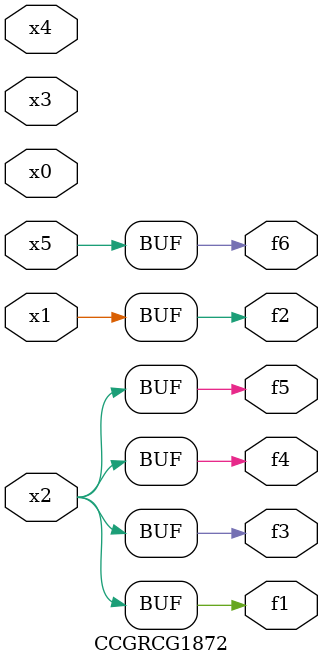
<source format=v>
module CCGRCG1872(
	input x0, x1, x2, x3, x4, x5,
	output f1, f2, f3, f4, f5, f6
);
	assign f1 = x2;
	assign f2 = x1;
	assign f3 = x2;
	assign f4 = x2;
	assign f5 = x2;
	assign f6 = x5;
endmodule

</source>
